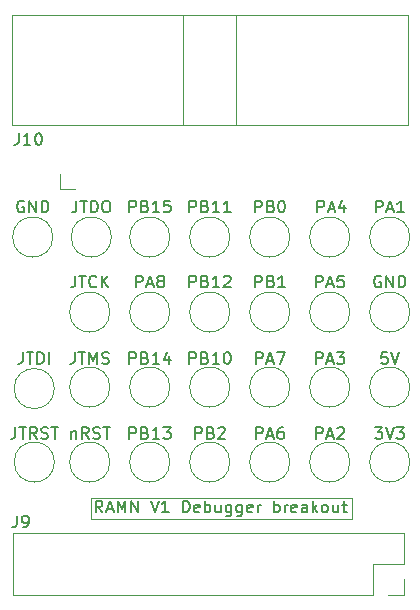
<source format=gbr>
G04 #@! TF.GenerationSoftware,KiCad,Pcbnew,(5.1.9)-1*
G04 #@! TF.CreationDate,2021-02-23T11:48:30+09:00*
G04 #@! TF.ProjectId,debugger,64656275-6767-4657-922e-6b696361645f,rev?*
G04 #@! TF.SameCoordinates,Original*
G04 #@! TF.FileFunction,Legend,Top*
G04 #@! TF.FilePolarity,Positive*
%FSLAX46Y46*%
G04 Gerber Fmt 4.6, Leading zero omitted, Abs format (unit mm)*
G04 Created by KiCad (PCBNEW (5.1.9)-1) date 2021-02-23 11:48:30*
%MOMM*%
%LPD*%
G01*
G04 APERTURE LIST*
%ADD10C,0.120000*%
%ADD11C,0.150000*%
G04 APERTURE END LIST*
D10*
X26162000Y-59055000D02*
X48260000Y-59055000D01*
X26162000Y-57277000D02*
X26162000Y-59055000D01*
X48260000Y-57277000D02*
X26162000Y-57277000D01*
X48260000Y-59055000D02*
X48260000Y-57277000D01*
D11*
X27107809Y-58491380D02*
X26774476Y-58015190D01*
X26536380Y-58491380D02*
X26536380Y-57491380D01*
X26917333Y-57491380D01*
X27012571Y-57539000D01*
X27060190Y-57586619D01*
X27107809Y-57681857D01*
X27107809Y-57824714D01*
X27060190Y-57919952D01*
X27012571Y-57967571D01*
X26917333Y-58015190D01*
X26536380Y-58015190D01*
X27488761Y-58205666D02*
X27964952Y-58205666D01*
X27393523Y-58491380D02*
X27726857Y-57491380D01*
X28060190Y-58491380D01*
X28393523Y-58491380D02*
X28393523Y-57491380D01*
X28726857Y-58205666D01*
X29060190Y-57491380D01*
X29060190Y-58491380D01*
X29536380Y-58491380D02*
X29536380Y-57491380D01*
X30107809Y-58491380D01*
X30107809Y-57491380D01*
X31203047Y-57491380D02*
X31536380Y-58491380D01*
X31869714Y-57491380D01*
X32726857Y-58491380D02*
X32155428Y-58491380D01*
X32441142Y-58491380D02*
X32441142Y-57491380D01*
X32345904Y-57634238D01*
X32250666Y-57729476D01*
X32155428Y-57777095D01*
X33917333Y-58491380D02*
X33917333Y-57491380D01*
X34155428Y-57491380D01*
X34298285Y-57539000D01*
X34393523Y-57634238D01*
X34441142Y-57729476D01*
X34488761Y-57919952D01*
X34488761Y-58062809D01*
X34441142Y-58253285D01*
X34393523Y-58348523D01*
X34298285Y-58443761D01*
X34155428Y-58491380D01*
X33917333Y-58491380D01*
X35298285Y-58443761D02*
X35203047Y-58491380D01*
X35012571Y-58491380D01*
X34917333Y-58443761D01*
X34869714Y-58348523D01*
X34869714Y-57967571D01*
X34917333Y-57872333D01*
X35012571Y-57824714D01*
X35203047Y-57824714D01*
X35298285Y-57872333D01*
X35345904Y-57967571D01*
X35345904Y-58062809D01*
X34869714Y-58158047D01*
X35774476Y-58491380D02*
X35774476Y-57491380D01*
X35774476Y-57872333D02*
X35869714Y-57824714D01*
X36060190Y-57824714D01*
X36155428Y-57872333D01*
X36203047Y-57919952D01*
X36250666Y-58015190D01*
X36250666Y-58300904D01*
X36203047Y-58396142D01*
X36155428Y-58443761D01*
X36060190Y-58491380D01*
X35869714Y-58491380D01*
X35774476Y-58443761D01*
X37107809Y-57824714D02*
X37107809Y-58491380D01*
X36679238Y-57824714D02*
X36679238Y-58348523D01*
X36726857Y-58443761D01*
X36822095Y-58491380D01*
X36964952Y-58491380D01*
X37060190Y-58443761D01*
X37107809Y-58396142D01*
X38012571Y-57824714D02*
X38012571Y-58634238D01*
X37964952Y-58729476D01*
X37917333Y-58777095D01*
X37822095Y-58824714D01*
X37679238Y-58824714D01*
X37583999Y-58777095D01*
X38012571Y-58443761D02*
X37917333Y-58491380D01*
X37726857Y-58491380D01*
X37631619Y-58443761D01*
X37583999Y-58396142D01*
X37536380Y-58300904D01*
X37536380Y-58015190D01*
X37583999Y-57919952D01*
X37631619Y-57872333D01*
X37726857Y-57824714D01*
X37917333Y-57824714D01*
X38012571Y-57872333D01*
X38917333Y-57824714D02*
X38917333Y-58634238D01*
X38869714Y-58729476D01*
X38822095Y-58777095D01*
X38726857Y-58824714D01*
X38583999Y-58824714D01*
X38488761Y-58777095D01*
X38917333Y-58443761D02*
X38822095Y-58491380D01*
X38631619Y-58491380D01*
X38536380Y-58443761D01*
X38488761Y-58396142D01*
X38441142Y-58300904D01*
X38441142Y-58015190D01*
X38488761Y-57919952D01*
X38536380Y-57872333D01*
X38631619Y-57824714D01*
X38822095Y-57824714D01*
X38917333Y-57872333D01*
X39774476Y-58443761D02*
X39679238Y-58491380D01*
X39488761Y-58491380D01*
X39393523Y-58443761D01*
X39345904Y-58348523D01*
X39345904Y-57967571D01*
X39393523Y-57872333D01*
X39488761Y-57824714D01*
X39679238Y-57824714D01*
X39774476Y-57872333D01*
X39822095Y-57967571D01*
X39822095Y-58062809D01*
X39345904Y-58158047D01*
X40250666Y-58491380D02*
X40250666Y-57824714D01*
X40250666Y-58015190D02*
X40298285Y-57919952D01*
X40345904Y-57872333D01*
X40441142Y-57824714D01*
X40536380Y-57824714D01*
X41631619Y-58491380D02*
X41631619Y-57491380D01*
X41631619Y-57872333D02*
X41726857Y-57824714D01*
X41917333Y-57824714D01*
X42012571Y-57872333D01*
X42060190Y-57919952D01*
X42107809Y-58015190D01*
X42107809Y-58300904D01*
X42060190Y-58396142D01*
X42012571Y-58443761D01*
X41917333Y-58491380D01*
X41726857Y-58491380D01*
X41631619Y-58443761D01*
X42536380Y-58491380D02*
X42536380Y-57824714D01*
X42536380Y-58015190D02*
X42583999Y-57919952D01*
X42631619Y-57872333D01*
X42726857Y-57824714D01*
X42822095Y-57824714D01*
X43536380Y-58443761D02*
X43441142Y-58491380D01*
X43250666Y-58491380D01*
X43155428Y-58443761D01*
X43107809Y-58348523D01*
X43107809Y-57967571D01*
X43155428Y-57872333D01*
X43250666Y-57824714D01*
X43441142Y-57824714D01*
X43536380Y-57872333D01*
X43583999Y-57967571D01*
X43583999Y-58062809D01*
X43107809Y-58158047D01*
X44441142Y-58491380D02*
X44441142Y-57967571D01*
X44393523Y-57872333D01*
X44298285Y-57824714D01*
X44107809Y-57824714D01*
X44012571Y-57872333D01*
X44441142Y-58443761D02*
X44345904Y-58491380D01*
X44107809Y-58491380D01*
X44012571Y-58443761D01*
X43964952Y-58348523D01*
X43964952Y-58253285D01*
X44012571Y-58158047D01*
X44107809Y-58110428D01*
X44345904Y-58110428D01*
X44441142Y-58062809D01*
X44917333Y-58491380D02*
X44917333Y-57491380D01*
X45012571Y-58110428D02*
X45298285Y-58491380D01*
X45298285Y-57824714D02*
X44917333Y-58205666D01*
X45869714Y-58491380D02*
X45774476Y-58443761D01*
X45726857Y-58396142D01*
X45679238Y-58300904D01*
X45679238Y-58015190D01*
X45726857Y-57919952D01*
X45774476Y-57872333D01*
X45869714Y-57824714D01*
X46012571Y-57824714D01*
X46107809Y-57872333D01*
X46155428Y-57919952D01*
X46203047Y-58015190D01*
X46203047Y-58300904D01*
X46155428Y-58396142D01*
X46107809Y-58443761D01*
X46012571Y-58491380D01*
X45869714Y-58491380D01*
X47060190Y-57824714D02*
X47060190Y-58491380D01*
X46631619Y-57824714D02*
X46631619Y-58348523D01*
X46679238Y-58443761D01*
X46774476Y-58491380D01*
X46917333Y-58491380D01*
X47012571Y-58443761D01*
X47060190Y-58396142D01*
X47393523Y-57824714D02*
X47774476Y-57824714D01*
X47536380Y-57491380D02*
X47536380Y-58348523D01*
X47583999Y-58443761D01*
X47679238Y-58491380D01*
X47774476Y-58491380D01*
D10*
X52638000Y-60265000D02*
X52638000Y-62865000D01*
X52638000Y-60265000D02*
X19498000Y-60265000D01*
X19498000Y-60265000D02*
X19498000Y-65465000D01*
X50038000Y-65465000D02*
X19498000Y-65465000D01*
X50038000Y-62865000D02*
X50038000Y-65465000D01*
X52638000Y-62865000D02*
X50038000Y-62865000D01*
X52638000Y-65465000D02*
X51308000Y-65465000D01*
X52638000Y-64135000D02*
X52638000Y-65465000D01*
X33945000Y-25715000D02*
X33945000Y-16365000D01*
X52975000Y-25715000D02*
X19415000Y-25715000D01*
X52975000Y-25715000D02*
X52975000Y-16365000D01*
X38445000Y-25715000D02*
X38445000Y-16365000D01*
X19415000Y-25715000D02*
X19415000Y-16365000D01*
X19415000Y-16365000D02*
X52975000Y-16365000D01*
X23495000Y-29845000D02*
X23495000Y-31115000D01*
X23495000Y-31115000D02*
X24765000Y-31115000D01*
X22909000Y-35179000D02*
G75*
G03*
X22909000Y-35179000I-1700000J0D01*
G01*
X32815000Y-54229000D02*
G75*
G03*
X32815000Y-54229000I-1700000J0D01*
G01*
X32815000Y-35179000D02*
G75*
G03*
X32815000Y-35179000I-1700000J0D01*
G01*
X32815000Y-47879000D02*
G75*
G03*
X32815000Y-47879000I-1700000J0D01*
G01*
X37895000Y-41529000D02*
G75*
G03*
X37895000Y-41529000I-1700000J0D01*
G01*
X37895000Y-35179000D02*
G75*
G03*
X37895000Y-35179000I-1700000J0D01*
G01*
X37895000Y-47879000D02*
G75*
G03*
X37895000Y-47879000I-1700000J0D01*
G01*
X37895000Y-54229000D02*
G75*
G03*
X37895000Y-54229000I-1700000J0D01*
G01*
X42975000Y-41529000D02*
G75*
G03*
X42975000Y-41529000I-1700000J0D01*
G01*
X42975000Y-35179000D02*
G75*
G03*
X42975000Y-35179000I-1700000J0D01*
G01*
X32815000Y-41529000D02*
G75*
G03*
X32815000Y-41529000I-1700000J0D01*
G01*
X42975000Y-47879000D02*
G75*
G03*
X42975000Y-47879000I-1700000J0D01*
G01*
X42975000Y-54229000D02*
G75*
G03*
X42975000Y-54229000I-1700000J0D01*
G01*
X48055000Y-41529000D02*
G75*
G03*
X48055000Y-41529000I-1700000J0D01*
G01*
X48055000Y-35179000D02*
G75*
G03*
X48055000Y-35179000I-1700000J0D01*
G01*
X48055000Y-47879000D02*
G75*
G03*
X48055000Y-47879000I-1700000J0D01*
G01*
X48055000Y-54229000D02*
G75*
G03*
X48055000Y-54229000I-1700000J0D01*
G01*
X53135000Y-35179000D02*
G75*
G03*
X53135000Y-35179000I-1700000J0D01*
G01*
X27735000Y-54229000D02*
G75*
G03*
X27735000Y-54229000I-1700000J0D01*
G01*
X23036000Y-54229000D02*
G75*
G03*
X23036000Y-54229000I-1700000J0D01*
G01*
X27735000Y-47879000D02*
G75*
G03*
X27735000Y-47879000I-1700000J0D01*
G01*
X27862000Y-35179000D02*
G75*
G03*
X27862000Y-35179000I-1700000J0D01*
G01*
X23036000Y-48006000D02*
G75*
G03*
X23036000Y-48006000I-1700000J0D01*
G01*
X27735000Y-41529000D02*
G75*
G03*
X27735000Y-41529000I-1700000J0D01*
G01*
X53135000Y-41529000D02*
G75*
G03*
X53135000Y-41529000I-1700000J0D01*
G01*
X53135000Y-47879000D02*
G75*
G03*
X53135000Y-47879000I-1700000J0D01*
G01*
X53135000Y-54229000D02*
G75*
G03*
X53135000Y-54229000I-1700000J0D01*
G01*
D11*
X19859666Y-58761380D02*
X19859666Y-59475666D01*
X19812047Y-59618523D01*
X19716809Y-59713761D01*
X19573952Y-59761380D01*
X19478714Y-59761380D01*
X20383476Y-59761380D02*
X20573952Y-59761380D01*
X20669190Y-59713761D01*
X20716809Y-59666142D01*
X20812047Y-59523285D01*
X20859666Y-59332809D01*
X20859666Y-58951857D01*
X20812047Y-58856619D01*
X20764428Y-58809000D01*
X20669190Y-58761380D01*
X20478714Y-58761380D01*
X20383476Y-58809000D01*
X20335857Y-58856619D01*
X20288238Y-58951857D01*
X20288238Y-59189952D01*
X20335857Y-59285190D01*
X20383476Y-59332809D01*
X20478714Y-59380428D01*
X20669190Y-59380428D01*
X20764428Y-59332809D01*
X20812047Y-59285190D01*
X20859666Y-59189952D01*
X20018476Y-26376380D02*
X20018476Y-27090666D01*
X19970857Y-27233523D01*
X19875619Y-27328761D01*
X19732761Y-27376380D01*
X19637523Y-27376380D01*
X21018476Y-27376380D02*
X20447047Y-27376380D01*
X20732761Y-27376380D02*
X20732761Y-26376380D01*
X20637523Y-26519238D01*
X20542285Y-26614476D01*
X20447047Y-26662095D01*
X21637523Y-26376380D02*
X21732761Y-26376380D01*
X21828000Y-26424000D01*
X21875619Y-26471619D01*
X21923238Y-26566857D01*
X21970857Y-26757333D01*
X21970857Y-26995428D01*
X21923238Y-27185904D01*
X21875619Y-27281142D01*
X21828000Y-27328761D01*
X21732761Y-27376380D01*
X21637523Y-27376380D01*
X21542285Y-27328761D01*
X21494666Y-27281142D01*
X21447047Y-27185904D01*
X21399428Y-26995428D01*
X21399428Y-26757333D01*
X21447047Y-26566857D01*
X21494666Y-26471619D01*
X21542285Y-26424000D01*
X21637523Y-26376380D01*
X20447095Y-32139000D02*
X20351857Y-32091380D01*
X20209000Y-32091380D01*
X20066142Y-32139000D01*
X19970904Y-32234238D01*
X19923285Y-32329476D01*
X19875666Y-32519952D01*
X19875666Y-32662809D01*
X19923285Y-32853285D01*
X19970904Y-32948523D01*
X20066142Y-33043761D01*
X20209000Y-33091380D01*
X20304238Y-33091380D01*
X20447095Y-33043761D01*
X20494714Y-32996142D01*
X20494714Y-32662809D01*
X20304238Y-32662809D01*
X20923285Y-33091380D02*
X20923285Y-32091380D01*
X21494714Y-33091380D01*
X21494714Y-32091380D01*
X21970904Y-33091380D02*
X21970904Y-32091380D01*
X22209000Y-32091380D01*
X22351857Y-32139000D01*
X22447095Y-32234238D01*
X22494714Y-32329476D01*
X22542333Y-32519952D01*
X22542333Y-32662809D01*
X22494714Y-32853285D01*
X22447095Y-32948523D01*
X22351857Y-33043761D01*
X22209000Y-33091380D01*
X21970904Y-33091380D01*
X29400714Y-52268380D02*
X29400714Y-51268380D01*
X29781666Y-51268380D01*
X29876904Y-51316000D01*
X29924523Y-51363619D01*
X29972142Y-51458857D01*
X29972142Y-51601714D01*
X29924523Y-51696952D01*
X29876904Y-51744571D01*
X29781666Y-51792190D01*
X29400714Y-51792190D01*
X30734047Y-51744571D02*
X30876904Y-51792190D01*
X30924523Y-51839809D01*
X30972142Y-51935047D01*
X30972142Y-52077904D01*
X30924523Y-52173142D01*
X30876904Y-52220761D01*
X30781666Y-52268380D01*
X30400714Y-52268380D01*
X30400714Y-51268380D01*
X30734047Y-51268380D01*
X30829285Y-51316000D01*
X30876904Y-51363619D01*
X30924523Y-51458857D01*
X30924523Y-51554095D01*
X30876904Y-51649333D01*
X30829285Y-51696952D01*
X30734047Y-51744571D01*
X30400714Y-51744571D01*
X31924523Y-52268380D02*
X31353095Y-52268380D01*
X31638809Y-52268380D02*
X31638809Y-51268380D01*
X31543571Y-51411238D01*
X31448333Y-51506476D01*
X31353095Y-51554095D01*
X32257857Y-51268380D02*
X32876904Y-51268380D01*
X32543571Y-51649333D01*
X32686428Y-51649333D01*
X32781666Y-51696952D01*
X32829285Y-51744571D01*
X32876904Y-51839809D01*
X32876904Y-52077904D01*
X32829285Y-52173142D01*
X32781666Y-52220761D01*
X32686428Y-52268380D01*
X32400714Y-52268380D01*
X32305476Y-52220761D01*
X32257857Y-52173142D01*
X29400714Y-33091380D02*
X29400714Y-32091380D01*
X29781666Y-32091380D01*
X29876904Y-32139000D01*
X29924523Y-32186619D01*
X29972142Y-32281857D01*
X29972142Y-32424714D01*
X29924523Y-32519952D01*
X29876904Y-32567571D01*
X29781666Y-32615190D01*
X29400714Y-32615190D01*
X30734047Y-32567571D02*
X30876904Y-32615190D01*
X30924523Y-32662809D01*
X30972142Y-32758047D01*
X30972142Y-32900904D01*
X30924523Y-32996142D01*
X30876904Y-33043761D01*
X30781666Y-33091380D01*
X30400714Y-33091380D01*
X30400714Y-32091380D01*
X30734047Y-32091380D01*
X30829285Y-32139000D01*
X30876904Y-32186619D01*
X30924523Y-32281857D01*
X30924523Y-32377095D01*
X30876904Y-32472333D01*
X30829285Y-32519952D01*
X30734047Y-32567571D01*
X30400714Y-32567571D01*
X31924523Y-33091380D02*
X31353095Y-33091380D01*
X31638809Y-33091380D02*
X31638809Y-32091380D01*
X31543571Y-32234238D01*
X31448333Y-32329476D01*
X31353095Y-32377095D01*
X32829285Y-32091380D02*
X32353095Y-32091380D01*
X32305476Y-32567571D01*
X32353095Y-32519952D01*
X32448333Y-32472333D01*
X32686428Y-32472333D01*
X32781666Y-32519952D01*
X32829285Y-32567571D01*
X32876904Y-32662809D01*
X32876904Y-32900904D01*
X32829285Y-32996142D01*
X32781666Y-33043761D01*
X32686428Y-33091380D01*
X32448333Y-33091380D01*
X32353095Y-33043761D01*
X32305476Y-32996142D01*
X29400714Y-45918380D02*
X29400714Y-44918380D01*
X29781666Y-44918380D01*
X29876904Y-44966000D01*
X29924523Y-45013619D01*
X29972142Y-45108857D01*
X29972142Y-45251714D01*
X29924523Y-45346952D01*
X29876904Y-45394571D01*
X29781666Y-45442190D01*
X29400714Y-45442190D01*
X30734047Y-45394571D02*
X30876904Y-45442190D01*
X30924523Y-45489809D01*
X30972142Y-45585047D01*
X30972142Y-45727904D01*
X30924523Y-45823142D01*
X30876904Y-45870761D01*
X30781666Y-45918380D01*
X30400714Y-45918380D01*
X30400714Y-44918380D01*
X30734047Y-44918380D01*
X30829285Y-44966000D01*
X30876904Y-45013619D01*
X30924523Y-45108857D01*
X30924523Y-45204095D01*
X30876904Y-45299333D01*
X30829285Y-45346952D01*
X30734047Y-45394571D01*
X30400714Y-45394571D01*
X31924523Y-45918380D02*
X31353095Y-45918380D01*
X31638809Y-45918380D02*
X31638809Y-44918380D01*
X31543571Y-45061238D01*
X31448333Y-45156476D01*
X31353095Y-45204095D01*
X32781666Y-45251714D02*
X32781666Y-45918380D01*
X32543571Y-44870761D02*
X32305476Y-45585047D01*
X32924523Y-45585047D01*
X34480714Y-39441380D02*
X34480714Y-38441380D01*
X34861666Y-38441380D01*
X34956904Y-38489000D01*
X35004523Y-38536619D01*
X35052142Y-38631857D01*
X35052142Y-38774714D01*
X35004523Y-38869952D01*
X34956904Y-38917571D01*
X34861666Y-38965190D01*
X34480714Y-38965190D01*
X35814047Y-38917571D02*
X35956904Y-38965190D01*
X36004523Y-39012809D01*
X36052142Y-39108047D01*
X36052142Y-39250904D01*
X36004523Y-39346142D01*
X35956904Y-39393761D01*
X35861666Y-39441380D01*
X35480714Y-39441380D01*
X35480714Y-38441380D01*
X35814047Y-38441380D01*
X35909285Y-38489000D01*
X35956904Y-38536619D01*
X36004523Y-38631857D01*
X36004523Y-38727095D01*
X35956904Y-38822333D01*
X35909285Y-38869952D01*
X35814047Y-38917571D01*
X35480714Y-38917571D01*
X37004523Y-39441380D02*
X36433095Y-39441380D01*
X36718809Y-39441380D02*
X36718809Y-38441380D01*
X36623571Y-38584238D01*
X36528333Y-38679476D01*
X36433095Y-38727095D01*
X37385476Y-38536619D02*
X37433095Y-38489000D01*
X37528333Y-38441380D01*
X37766428Y-38441380D01*
X37861666Y-38489000D01*
X37909285Y-38536619D01*
X37956904Y-38631857D01*
X37956904Y-38727095D01*
X37909285Y-38869952D01*
X37337857Y-39441380D01*
X37956904Y-39441380D01*
X34480714Y-33091380D02*
X34480714Y-32091380D01*
X34861666Y-32091380D01*
X34956904Y-32139000D01*
X35004523Y-32186619D01*
X35052142Y-32281857D01*
X35052142Y-32424714D01*
X35004523Y-32519952D01*
X34956904Y-32567571D01*
X34861666Y-32615190D01*
X34480714Y-32615190D01*
X35814047Y-32567571D02*
X35956904Y-32615190D01*
X36004523Y-32662809D01*
X36052142Y-32758047D01*
X36052142Y-32900904D01*
X36004523Y-32996142D01*
X35956904Y-33043761D01*
X35861666Y-33091380D01*
X35480714Y-33091380D01*
X35480714Y-32091380D01*
X35814047Y-32091380D01*
X35909285Y-32139000D01*
X35956904Y-32186619D01*
X36004523Y-32281857D01*
X36004523Y-32377095D01*
X35956904Y-32472333D01*
X35909285Y-32519952D01*
X35814047Y-32567571D01*
X35480714Y-32567571D01*
X37004523Y-33091380D02*
X36433095Y-33091380D01*
X36718809Y-33091380D02*
X36718809Y-32091380D01*
X36623571Y-32234238D01*
X36528333Y-32329476D01*
X36433095Y-32377095D01*
X37956904Y-33091380D02*
X37385476Y-33091380D01*
X37671190Y-33091380D02*
X37671190Y-32091380D01*
X37575952Y-32234238D01*
X37480714Y-32329476D01*
X37385476Y-32377095D01*
X34480714Y-45918380D02*
X34480714Y-44918380D01*
X34861666Y-44918380D01*
X34956904Y-44966000D01*
X35004523Y-45013619D01*
X35052142Y-45108857D01*
X35052142Y-45251714D01*
X35004523Y-45346952D01*
X34956904Y-45394571D01*
X34861666Y-45442190D01*
X34480714Y-45442190D01*
X35814047Y-45394571D02*
X35956904Y-45442190D01*
X36004523Y-45489809D01*
X36052142Y-45585047D01*
X36052142Y-45727904D01*
X36004523Y-45823142D01*
X35956904Y-45870761D01*
X35861666Y-45918380D01*
X35480714Y-45918380D01*
X35480714Y-44918380D01*
X35814047Y-44918380D01*
X35909285Y-44966000D01*
X35956904Y-45013619D01*
X36004523Y-45108857D01*
X36004523Y-45204095D01*
X35956904Y-45299333D01*
X35909285Y-45346952D01*
X35814047Y-45394571D01*
X35480714Y-45394571D01*
X37004523Y-45918380D02*
X36433095Y-45918380D01*
X36718809Y-45918380D02*
X36718809Y-44918380D01*
X36623571Y-45061238D01*
X36528333Y-45156476D01*
X36433095Y-45204095D01*
X37623571Y-44918380D02*
X37718809Y-44918380D01*
X37814047Y-44966000D01*
X37861666Y-45013619D01*
X37909285Y-45108857D01*
X37956904Y-45299333D01*
X37956904Y-45537428D01*
X37909285Y-45727904D01*
X37861666Y-45823142D01*
X37814047Y-45870761D01*
X37718809Y-45918380D01*
X37623571Y-45918380D01*
X37528333Y-45870761D01*
X37480714Y-45823142D01*
X37433095Y-45727904D01*
X37385476Y-45537428D01*
X37385476Y-45299333D01*
X37433095Y-45108857D01*
X37480714Y-45013619D01*
X37528333Y-44966000D01*
X37623571Y-44918380D01*
X34956904Y-52268380D02*
X34956904Y-51268380D01*
X35337857Y-51268380D01*
X35433095Y-51316000D01*
X35480714Y-51363619D01*
X35528333Y-51458857D01*
X35528333Y-51601714D01*
X35480714Y-51696952D01*
X35433095Y-51744571D01*
X35337857Y-51792190D01*
X34956904Y-51792190D01*
X36290238Y-51744571D02*
X36433095Y-51792190D01*
X36480714Y-51839809D01*
X36528333Y-51935047D01*
X36528333Y-52077904D01*
X36480714Y-52173142D01*
X36433095Y-52220761D01*
X36337857Y-52268380D01*
X35956904Y-52268380D01*
X35956904Y-51268380D01*
X36290238Y-51268380D01*
X36385476Y-51316000D01*
X36433095Y-51363619D01*
X36480714Y-51458857D01*
X36480714Y-51554095D01*
X36433095Y-51649333D01*
X36385476Y-51696952D01*
X36290238Y-51744571D01*
X35956904Y-51744571D01*
X36909285Y-51363619D02*
X36956904Y-51316000D01*
X37052142Y-51268380D01*
X37290238Y-51268380D01*
X37385476Y-51316000D01*
X37433095Y-51363619D01*
X37480714Y-51458857D01*
X37480714Y-51554095D01*
X37433095Y-51696952D01*
X36861666Y-52268380D01*
X37480714Y-52268380D01*
X40036904Y-39441380D02*
X40036904Y-38441380D01*
X40417857Y-38441380D01*
X40513095Y-38489000D01*
X40560714Y-38536619D01*
X40608333Y-38631857D01*
X40608333Y-38774714D01*
X40560714Y-38869952D01*
X40513095Y-38917571D01*
X40417857Y-38965190D01*
X40036904Y-38965190D01*
X41370238Y-38917571D02*
X41513095Y-38965190D01*
X41560714Y-39012809D01*
X41608333Y-39108047D01*
X41608333Y-39250904D01*
X41560714Y-39346142D01*
X41513095Y-39393761D01*
X41417857Y-39441380D01*
X41036904Y-39441380D01*
X41036904Y-38441380D01*
X41370238Y-38441380D01*
X41465476Y-38489000D01*
X41513095Y-38536619D01*
X41560714Y-38631857D01*
X41560714Y-38727095D01*
X41513095Y-38822333D01*
X41465476Y-38869952D01*
X41370238Y-38917571D01*
X41036904Y-38917571D01*
X42560714Y-39441380D02*
X41989285Y-39441380D01*
X42275000Y-39441380D02*
X42275000Y-38441380D01*
X42179761Y-38584238D01*
X42084523Y-38679476D01*
X41989285Y-38727095D01*
X40036904Y-33091380D02*
X40036904Y-32091380D01*
X40417857Y-32091380D01*
X40513095Y-32139000D01*
X40560714Y-32186619D01*
X40608333Y-32281857D01*
X40608333Y-32424714D01*
X40560714Y-32519952D01*
X40513095Y-32567571D01*
X40417857Y-32615190D01*
X40036904Y-32615190D01*
X41370238Y-32567571D02*
X41513095Y-32615190D01*
X41560714Y-32662809D01*
X41608333Y-32758047D01*
X41608333Y-32900904D01*
X41560714Y-32996142D01*
X41513095Y-33043761D01*
X41417857Y-33091380D01*
X41036904Y-33091380D01*
X41036904Y-32091380D01*
X41370238Y-32091380D01*
X41465476Y-32139000D01*
X41513095Y-32186619D01*
X41560714Y-32281857D01*
X41560714Y-32377095D01*
X41513095Y-32472333D01*
X41465476Y-32519952D01*
X41370238Y-32567571D01*
X41036904Y-32567571D01*
X42227380Y-32091380D02*
X42322619Y-32091380D01*
X42417857Y-32139000D01*
X42465476Y-32186619D01*
X42513095Y-32281857D01*
X42560714Y-32472333D01*
X42560714Y-32710428D01*
X42513095Y-32900904D01*
X42465476Y-32996142D01*
X42417857Y-33043761D01*
X42322619Y-33091380D01*
X42227380Y-33091380D01*
X42132142Y-33043761D01*
X42084523Y-32996142D01*
X42036904Y-32900904D01*
X41989285Y-32710428D01*
X41989285Y-32472333D01*
X42036904Y-32281857D01*
X42084523Y-32186619D01*
X42132142Y-32139000D01*
X42227380Y-32091380D01*
X29948333Y-39441380D02*
X29948333Y-38441380D01*
X30329285Y-38441380D01*
X30424523Y-38489000D01*
X30472142Y-38536619D01*
X30519761Y-38631857D01*
X30519761Y-38774714D01*
X30472142Y-38869952D01*
X30424523Y-38917571D01*
X30329285Y-38965190D01*
X29948333Y-38965190D01*
X30900714Y-39155666D02*
X31376904Y-39155666D01*
X30805476Y-39441380D02*
X31138809Y-38441380D01*
X31472142Y-39441380D01*
X31948333Y-38869952D02*
X31853095Y-38822333D01*
X31805476Y-38774714D01*
X31757857Y-38679476D01*
X31757857Y-38631857D01*
X31805476Y-38536619D01*
X31853095Y-38489000D01*
X31948333Y-38441380D01*
X32138809Y-38441380D01*
X32234047Y-38489000D01*
X32281666Y-38536619D01*
X32329285Y-38631857D01*
X32329285Y-38679476D01*
X32281666Y-38774714D01*
X32234047Y-38822333D01*
X32138809Y-38869952D01*
X31948333Y-38869952D01*
X31853095Y-38917571D01*
X31805476Y-38965190D01*
X31757857Y-39060428D01*
X31757857Y-39250904D01*
X31805476Y-39346142D01*
X31853095Y-39393761D01*
X31948333Y-39441380D01*
X32138809Y-39441380D01*
X32234047Y-39393761D01*
X32281666Y-39346142D01*
X32329285Y-39250904D01*
X32329285Y-39060428D01*
X32281666Y-38965190D01*
X32234047Y-38917571D01*
X32138809Y-38869952D01*
X40108333Y-45918380D02*
X40108333Y-44918380D01*
X40489285Y-44918380D01*
X40584523Y-44966000D01*
X40632142Y-45013619D01*
X40679761Y-45108857D01*
X40679761Y-45251714D01*
X40632142Y-45346952D01*
X40584523Y-45394571D01*
X40489285Y-45442190D01*
X40108333Y-45442190D01*
X41060714Y-45632666D02*
X41536904Y-45632666D01*
X40965476Y-45918380D02*
X41298809Y-44918380D01*
X41632142Y-45918380D01*
X41870238Y-44918380D02*
X42536904Y-44918380D01*
X42108333Y-45918380D01*
X40108333Y-52268380D02*
X40108333Y-51268380D01*
X40489285Y-51268380D01*
X40584523Y-51316000D01*
X40632142Y-51363619D01*
X40679761Y-51458857D01*
X40679761Y-51601714D01*
X40632142Y-51696952D01*
X40584523Y-51744571D01*
X40489285Y-51792190D01*
X40108333Y-51792190D01*
X41060714Y-51982666D02*
X41536904Y-51982666D01*
X40965476Y-52268380D02*
X41298809Y-51268380D01*
X41632142Y-52268380D01*
X42394047Y-51268380D02*
X42203571Y-51268380D01*
X42108333Y-51316000D01*
X42060714Y-51363619D01*
X41965476Y-51506476D01*
X41917857Y-51696952D01*
X41917857Y-52077904D01*
X41965476Y-52173142D01*
X42013095Y-52220761D01*
X42108333Y-52268380D01*
X42298809Y-52268380D01*
X42394047Y-52220761D01*
X42441666Y-52173142D01*
X42489285Y-52077904D01*
X42489285Y-51839809D01*
X42441666Y-51744571D01*
X42394047Y-51696952D01*
X42298809Y-51649333D01*
X42108333Y-51649333D01*
X42013095Y-51696952D01*
X41965476Y-51744571D01*
X41917857Y-51839809D01*
X45188333Y-39441380D02*
X45188333Y-38441380D01*
X45569285Y-38441380D01*
X45664523Y-38489000D01*
X45712142Y-38536619D01*
X45759761Y-38631857D01*
X45759761Y-38774714D01*
X45712142Y-38869952D01*
X45664523Y-38917571D01*
X45569285Y-38965190D01*
X45188333Y-38965190D01*
X46140714Y-39155666D02*
X46616904Y-39155666D01*
X46045476Y-39441380D02*
X46378809Y-38441380D01*
X46712142Y-39441380D01*
X47521666Y-38441380D02*
X47045476Y-38441380D01*
X46997857Y-38917571D01*
X47045476Y-38869952D01*
X47140714Y-38822333D01*
X47378809Y-38822333D01*
X47474047Y-38869952D01*
X47521666Y-38917571D01*
X47569285Y-39012809D01*
X47569285Y-39250904D01*
X47521666Y-39346142D01*
X47474047Y-39393761D01*
X47378809Y-39441380D01*
X47140714Y-39441380D01*
X47045476Y-39393761D01*
X46997857Y-39346142D01*
X45315333Y-33091380D02*
X45315333Y-32091380D01*
X45696285Y-32091380D01*
X45791523Y-32139000D01*
X45839142Y-32186619D01*
X45886761Y-32281857D01*
X45886761Y-32424714D01*
X45839142Y-32519952D01*
X45791523Y-32567571D01*
X45696285Y-32615190D01*
X45315333Y-32615190D01*
X46267714Y-32805666D02*
X46743904Y-32805666D01*
X46172476Y-33091380D02*
X46505809Y-32091380D01*
X46839142Y-33091380D01*
X47601047Y-32424714D02*
X47601047Y-33091380D01*
X47362952Y-32043761D02*
X47124857Y-32758047D01*
X47743904Y-32758047D01*
X45188333Y-45918380D02*
X45188333Y-44918380D01*
X45569285Y-44918380D01*
X45664523Y-44966000D01*
X45712142Y-45013619D01*
X45759761Y-45108857D01*
X45759761Y-45251714D01*
X45712142Y-45346952D01*
X45664523Y-45394571D01*
X45569285Y-45442190D01*
X45188333Y-45442190D01*
X46140714Y-45632666D02*
X46616904Y-45632666D01*
X46045476Y-45918380D02*
X46378809Y-44918380D01*
X46712142Y-45918380D01*
X46950238Y-44918380D02*
X47569285Y-44918380D01*
X47235952Y-45299333D01*
X47378809Y-45299333D01*
X47474047Y-45346952D01*
X47521666Y-45394571D01*
X47569285Y-45489809D01*
X47569285Y-45727904D01*
X47521666Y-45823142D01*
X47474047Y-45870761D01*
X47378809Y-45918380D01*
X47093095Y-45918380D01*
X46997857Y-45870761D01*
X46950238Y-45823142D01*
X45188333Y-52268380D02*
X45188333Y-51268380D01*
X45569285Y-51268380D01*
X45664523Y-51316000D01*
X45712142Y-51363619D01*
X45759761Y-51458857D01*
X45759761Y-51601714D01*
X45712142Y-51696952D01*
X45664523Y-51744571D01*
X45569285Y-51792190D01*
X45188333Y-51792190D01*
X46140714Y-51982666D02*
X46616904Y-51982666D01*
X46045476Y-52268380D02*
X46378809Y-51268380D01*
X46712142Y-52268380D01*
X46997857Y-51363619D02*
X47045476Y-51316000D01*
X47140714Y-51268380D01*
X47378809Y-51268380D01*
X47474047Y-51316000D01*
X47521666Y-51363619D01*
X47569285Y-51458857D01*
X47569285Y-51554095D01*
X47521666Y-51696952D01*
X46950238Y-52268380D01*
X47569285Y-52268380D01*
X50268333Y-33091380D02*
X50268333Y-32091380D01*
X50649285Y-32091380D01*
X50744523Y-32139000D01*
X50792142Y-32186619D01*
X50839761Y-32281857D01*
X50839761Y-32424714D01*
X50792142Y-32519952D01*
X50744523Y-32567571D01*
X50649285Y-32615190D01*
X50268333Y-32615190D01*
X51220714Y-32805666D02*
X51696904Y-32805666D01*
X51125476Y-33091380D02*
X51458809Y-32091380D01*
X51792142Y-33091380D01*
X52649285Y-33091380D02*
X52077857Y-33091380D01*
X52363571Y-33091380D02*
X52363571Y-32091380D01*
X52268333Y-32234238D01*
X52173095Y-32329476D01*
X52077857Y-32377095D01*
X24463571Y-51601714D02*
X24463571Y-52268380D01*
X24463571Y-51696952D02*
X24511190Y-51649333D01*
X24606428Y-51601714D01*
X24749285Y-51601714D01*
X24844523Y-51649333D01*
X24892142Y-51744571D01*
X24892142Y-52268380D01*
X25939761Y-52268380D02*
X25606428Y-51792190D01*
X25368333Y-52268380D02*
X25368333Y-51268380D01*
X25749285Y-51268380D01*
X25844523Y-51316000D01*
X25892142Y-51363619D01*
X25939761Y-51458857D01*
X25939761Y-51601714D01*
X25892142Y-51696952D01*
X25844523Y-51744571D01*
X25749285Y-51792190D01*
X25368333Y-51792190D01*
X26320714Y-52220761D02*
X26463571Y-52268380D01*
X26701666Y-52268380D01*
X26796904Y-52220761D01*
X26844523Y-52173142D01*
X26892142Y-52077904D01*
X26892142Y-51982666D01*
X26844523Y-51887428D01*
X26796904Y-51839809D01*
X26701666Y-51792190D01*
X26511190Y-51744571D01*
X26415952Y-51696952D01*
X26368333Y-51649333D01*
X26320714Y-51554095D01*
X26320714Y-51458857D01*
X26368333Y-51363619D01*
X26415952Y-51316000D01*
X26511190Y-51268380D01*
X26749285Y-51268380D01*
X26892142Y-51316000D01*
X27177857Y-51268380D02*
X27749285Y-51268380D01*
X27463571Y-52268380D02*
X27463571Y-51268380D01*
X19740761Y-51268380D02*
X19740761Y-51982666D01*
X19693142Y-52125523D01*
X19597904Y-52220761D01*
X19455047Y-52268380D01*
X19359809Y-52268380D01*
X20074095Y-51268380D02*
X20645523Y-51268380D01*
X20359809Y-52268380D02*
X20359809Y-51268380D01*
X21550285Y-52268380D02*
X21216952Y-51792190D01*
X20978857Y-52268380D02*
X20978857Y-51268380D01*
X21359809Y-51268380D01*
X21455047Y-51316000D01*
X21502666Y-51363619D01*
X21550285Y-51458857D01*
X21550285Y-51601714D01*
X21502666Y-51696952D01*
X21455047Y-51744571D01*
X21359809Y-51792190D01*
X20978857Y-51792190D01*
X21931238Y-52220761D02*
X22074095Y-52268380D01*
X22312190Y-52268380D01*
X22407428Y-52220761D01*
X22455047Y-52173142D01*
X22502666Y-52077904D01*
X22502666Y-51982666D01*
X22455047Y-51887428D01*
X22407428Y-51839809D01*
X22312190Y-51792190D01*
X22121714Y-51744571D01*
X22026476Y-51696952D01*
X21978857Y-51649333D01*
X21931238Y-51554095D01*
X21931238Y-51458857D01*
X21978857Y-51363619D01*
X22026476Y-51316000D01*
X22121714Y-51268380D01*
X22359809Y-51268380D01*
X22502666Y-51316000D01*
X22788380Y-51268380D02*
X23359809Y-51268380D01*
X23074095Y-52268380D02*
X23074095Y-51268380D01*
X24749285Y-44918380D02*
X24749285Y-45632666D01*
X24701666Y-45775523D01*
X24606428Y-45870761D01*
X24463571Y-45918380D01*
X24368333Y-45918380D01*
X25082619Y-44918380D02*
X25654047Y-44918380D01*
X25368333Y-45918380D02*
X25368333Y-44918380D01*
X25987380Y-45918380D02*
X25987380Y-44918380D01*
X26320714Y-45632666D01*
X26654047Y-44918380D01*
X26654047Y-45918380D01*
X27082619Y-45870761D02*
X27225476Y-45918380D01*
X27463571Y-45918380D01*
X27558809Y-45870761D01*
X27606428Y-45823142D01*
X27654047Y-45727904D01*
X27654047Y-45632666D01*
X27606428Y-45537428D01*
X27558809Y-45489809D01*
X27463571Y-45442190D01*
X27273095Y-45394571D01*
X27177857Y-45346952D01*
X27130238Y-45299333D01*
X27082619Y-45204095D01*
X27082619Y-45108857D01*
X27130238Y-45013619D01*
X27177857Y-44966000D01*
X27273095Y-44918380D01*
X27511190Y-44918380D01*
X27654047Y-44966000D01*
X24900095Y-32091380D02*
X24900095Y-32805666D01*
X24852476Y-32948523D01*
X24757238Y-33043761D01*
X24614380Y-33091380D01*
X24519142Y-33091380D01*
X25233428Y-32091380D02*
X25804857Y-32091380D01*
X25519142Y-33091380D02*
X25519142Y-32091380D01*
X26138190Y-33091380D02*
X26138190Y-32091380D01*
X26376285Y-32091380D01*
X26519142Y-32139000D01*
X26614380Y-32234238D01*
X26662000Y-32329476D01*
X26709619Y-32519952D01*
X26709619Y-32662809D01*
X26662000Y-32853285D01*
X26614380Y-32948523D01*
X26519142Y-33043761D01*
X26376285Y-33091380D01*
X26138190Y-33091380D01*
X27328666Y-32091380D02*
X27519142Y-32091380D01*
X27614380Y-32139000D01*
X27709619Y-32234238D01*
X27757238Y-32424714D01*
X27757238Y-32758047D01*
X27709619Y-32948523D01*
X27614380Y-33043761D01*
X27519142Y-33091380D01*
X27328666Y-33091380D01*
X27233428Y-33043761D01*
X27138190Y-32948523D01*
X27090571Y-32758047D01*
X27090571Y-32424714D01*
X27138190Y-32234238D01*
X27233428Y-32139000D01*
X27328666Y-32091380D01*
X20359809Y-44918380D02*
X20359809Y-45632666D01*
X20312190Y-45775523D01*
X20216952Y-45870761D01*
X20074095Y-45918380D01*
X19978857Y-45918380D01*
X20693142Y-44918380D02*
X21264571Y-44918380D01*
X20978857Y-45918380D02*
X20978857Y-44918380D01*
X21597904Y-45918380D02*
X21597904Y-44918380D01*
X21836000Y-44918380D01*
X21978857Y-44966000D01*
X22074095Y-45061238D01*
X22121714Y-45156476D01*
X22169333Y-45346952D01*
X22169333Y-45489809D01*
X22121714Y-45680285D01*
X22074095Y-45775523D01*
X21978857Y-45870761D01*
X21836000Y-45918380D01*
X21597904Y-45918380D01*
X22597904Y-45918380D02*
X22597904Y-44918380D01*
X24796904Y-38441380D02*
X24796904Y-39155666D01*
X24749285Y-39298523D01*
X24654047Y-39393761D01*
X24511190Y-39441380D01*
X24415952Y-39441380D01*
X25130238Y-38441380D02*
X25701666Y-38441380D01*
X25415952Y-39441380D02*
X25415952Y-38441380D01*
X26606428Y-39346142D02*
X26558809Y-39393761D01*
X26415952Y-39441380D01*
X26320714Y-39441380D01*
X26177857Y-39393761D01*
X26082619Y-39298523D01*
X26035000Y-39203285D01*
X25987380Y-39012809D01*
X25987380Y-38869952D01*
X26035000Y-38679476D01*
X26082619Y-38584238D01*
X26177857Y-38489000D01*
X26320714Y-38441380D01*
X26415952Y-38441380D01*
X26558809Y-38489000D01*
X26606428Y-38536619D01*
X27035000Y-39441380D02*
X27035000Y-38441380D01*
X27606428Y-39441380D02*
X27177857Y-38869952D01*
X27606428Y-38441380D02*
X27035000Y-39012809D01*
X50673095Y-38489000D02*
X50577857Y-38441380D01*
X50435000Y-38441380D01*
X50292142Y-38489000D01*
X50196904Y-38584238D01*
X50149285Y-38679476D01*
X50101666Y-38869952D01*
X50101666Y-39012809D01*
X50149285Y-39203285D01*
X50196904Y-39298523D01*
X50292142Y-39393761D01*
X50435000Y-39441380D01*
X50530238Y-39441380D01*
X50673095Y-39393761D01*
X50720714Y-39346142D01*
X50720714Y-39012809D01*
X50530238Y-39012809D01*
X51149285Y-39441380D02*
X51149285Y-38441380D01*
X51720714Y-39441380D01*
X51720714Y-38441380D01*
X52196904Y-39441380D02*
X52196904Y-38441380D01*
X52435000Y-38441380D01*
X52577857Y-38489000D01*
X52673095Y-38584238D01*
X52720714Y-38679476D01*
X52768333Y-38869952D01*
X52768333Y-39012809D01*
X52720714Y-39203285D01*
X52673095Y-39298523D01*
X52577857Y-39393761D01*
X52435000Y-39441380D01*
X52196904Y-39441380D01*
X51244523Y-44918380D02*
X50768333Y-44918380D01*
X50720714Y-45394571D01*
X50768333Y-45346952D01*
X50863571Y-45299333D01*
X51101666Y-45299333D01*
X51196904Y-45346952D01*
X51244523Y-45394571D01*
X51292142Y-45489809D01*
X51292142Y-45727904D01*
X51244523Y-45823142D01*
X51196904Y-45870761D01*
X51101666Y-45918380D01*
X50863571Y-45918380D01*
X50768333Y-45870761D01*
X50720714Y-45823142D01*
X51577857Y-44918380D02*
X51911190Y-45918380D01*
X52244523Y-44918380D01*
X50196904Y-51268380D02*
X50815952Y-51268380D01*
X50482619Y-51649333D01*
X50625476Y-51649333D01*
X50720714Y-51696952D01*
X50768333Y-51744571D01*
X50815952Y-51839809D01*
X50815952Y-52077904D01*
X50768333Y-52173142D01*
X50720714Y-52220761D01*
X50625476Y-52268380D01*
X50339761Y-52268380D01*
X50244523Y-52220761D01*
X50196904Y-52173142D01*
X51101666Y-51268380D02*
X51435000Y-52268380D01*
X51768333Y-51268380D01*
X52006428Y-51268380D02*
X52625476Y-51268380D01*
X52292142Y-51649333D01*
X52435000Y-51649333D01*
X52530238Y-51696952D01*
X52577857Y-51744571D01*
X52625476Y-51839809D01*
X52625476Y-52077904D01*
X52577857Y-52173142D01*
X52530238Y-52220761D01*
X52435000Y-52268380D01*
X52149285Y-52268380D01*
X52054047Y-52220761D01*
X52006428Y-52173142D01*
M02*

</source>
